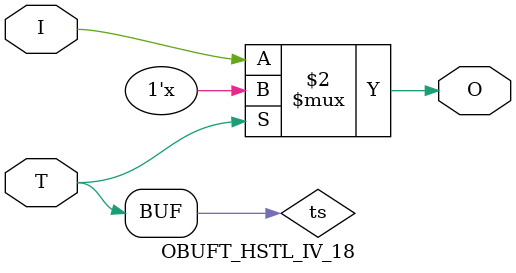
<source format=v>

/*

FUNCTION	: TRI-STATE OUTPUT BUFFER

*/

`celldefine
`timescale  100 ps / 10 ps

module OBUFT_HSTL_IV_18 (O, I, T);

    output O;

    input  I, T;

    or O1 (ts, 1'b0, T);
    bufif0 T1 (O, I, ts);

endmodule

</source>
